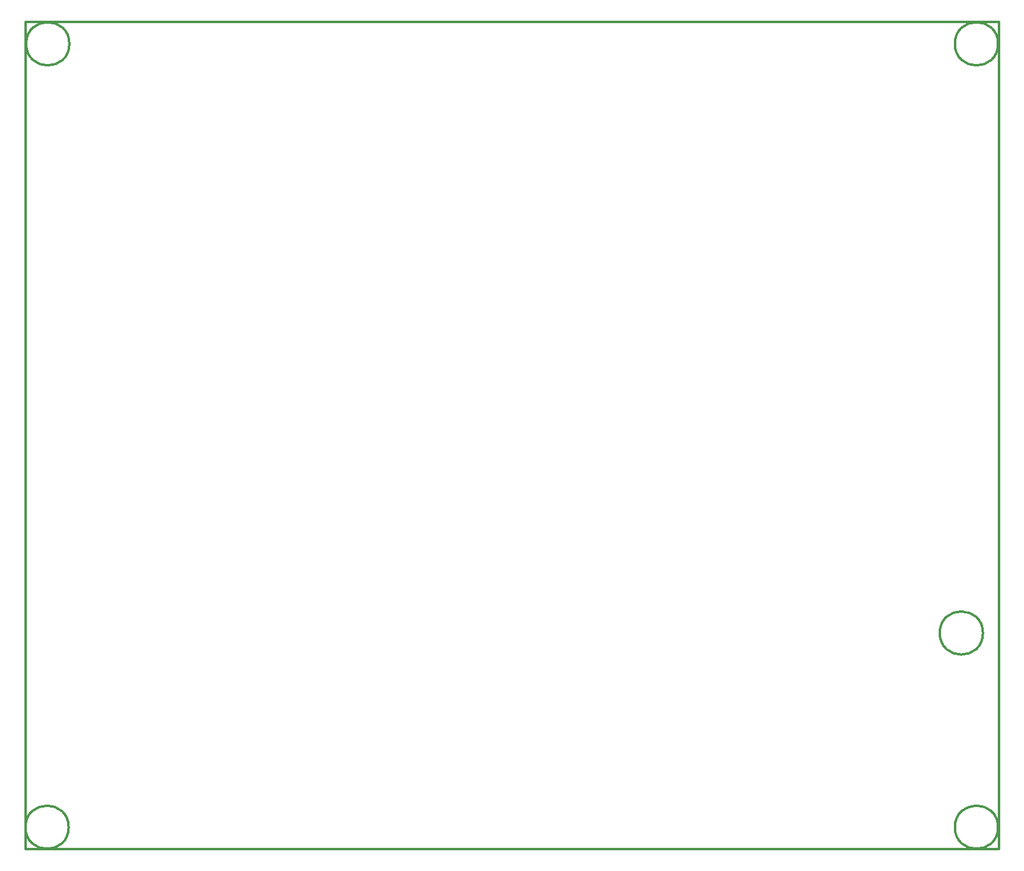
<source format=gko>
%FSLAX24Y24*%
%MOIN*%
G70*
G01*
G75*
G04 Layer_Color=16711935*
%ADD10O,0.0110X0.0866*%
%ADD11R,0.0110X0.0866*%
%ADD12R,0.0866X0.0110*%
%ADD13R,0.0787X0.0394*%
%ADD14R,0.0472X0.0709*%
%ADD15R,0.0591X0.0472*%
%ADD16R,0.0512X0.0433*%
%ADD17R,0.0591X0.0433*%
%ADD18R,0.0472X0.0906*%
%ADD19R,0.1575X0.0866*%
%ADD20R,0.2165X0.1772*%
%ADD21R,0.0236X0.0591*%
%ADD22O,0.0236X0.0591*%
%ADD23R,0.0433X0.0591*%
%ADD24O,0.0236X0.0787*%
%ADD25R,0.0236X0.0787*%
%ADD26R,0.0591X0.0787*%
%ADD27R,0.0787X0.0591*%
%ADD28R,0.0709X0.0472*%
%ADD29O,0.0591X0.0236*%
%ADD30R,0.0591X0.0236*%
%ADD31R,0.1772X0.2165*%
%ADD32R,0.0394X0.0787*%
%ADD33R,0.0787X0.1575*%
%ADD34R,0.0472X0.0591*%
%ADD35R,0.0433X0.0512*%
%ADD36R,0.0787X0.0236*%
%ADD37O,0.0787X0.0236*%
%ADD38R,0.0315X0.0335*%
%ADD39C,0.0157*%
%ADD40C,0.0098*%
%ADD41C,0.0394*%
%ADD42C,0.0079*%
%ADD43C,0.0197*%
%ADD44C,0.0236*%
%ADD45C,0.0118*%
%ADD46C,0.0138*%
%ADD47C,0.0100*%
%ADD48R,0.1339X0.1063*%
%ADD49R,0.3071X0.1772*%
%ADD50R,0.1299X0.1535*%
%ADD51R,0.1575X0.1417*%
%ADD52R,0.0193X0.0151*%
%ADD53R,0.1116X0.0604*%
%ADD54R,0.1063X0.0906*%
%ADD55R,0.0512X0.0157*%
%ADD56C,0.1181*%
%ADD57C,0.0600*%
%ADD58C,0.0709*%
%ADD59C,0.0787*%
%ADD60R,0.0787X0.0787*%
%ADD61R,0.1181X0.0669*%
%ADD62O,0.1181X0.0669*%
%ADD63C,0.0591*%
%ADD64R,0.0591X0.0591*%
%ADD65R,0.0984X0.0984*%
%ADD66C,0.0984*%
%ADD67R,0.0472X0.0984*%
%ADD68O,0.0472X0.0984*%
%ADD69C,0.0669*%
%ADD70R,0.0669X0.0669*%
%ADD71R,0.0591X0.0591*%
%ADD72R,0.0787X0.0787*%
%ADD73C,0.0500*%
%ADD74C,0.0787*%
%ADD75R,0.4213X0.3504*%
%ADD76R,0.7165X0.3189*%
%ADD77R,0.1732X0.1811*%
%ADD78R,0.2795X0.6811*%
%ADD79C,0.0039*%
%ADD80C,0.0102*%
%ADD81C,0.0080*%
%ADD82R,5.3228X0.0551*%
%ADD83C,0.1181*%
%ADD84C,0.1969*%
%ADD85R,0.1339X0.1732*%
%ADD86R,0.0236X0.0433*%
%ADD87R,0.0827X0.1496*%
%ADD88R,0.3307X0.0394*%
%ADD89R,0.1299X0.2598*%
%ADD90R,0.4882X0.2677*%
%ADD91R,0.2874X0.3031*%
%ADD92R,0.1575X0.4409*%
%ADD93R,0.1969X1.7874*%
%ADD94R,0.1732X0.1417*%
%ADD95R,0.4173X0.3465*%
%ADD96R,4.3543X0.1496*%
%ADD97R,0.3425X0.1575*%
%ADD98R,0.4882X0.2480*%
%ADD99R,0.2362X0.7953*%
%ADD100R,0.2598X0.7520*%
%ADD101R,0.4134X0.3819*%
%ADD102R,0.2795X0.0394*%
%ADD103R,0.8622X0.5197*%
%ADD104R,1.0433X0.5197*%
%ADD105R,0.3504X0.6024*%
%ADD106O,0.0190X0.0946*%
%ADD107R,0.0190X0.0946*%
%ADD108R,0.0946X0.0190*%
%ADD109R,0.0867X0.0474*%
%ADD110R,0.0552X0.0789*%
%ADD111R,0.0671X0.0552*%
%ADD112R,0.0592X0.0513*%
%ADD113R,0.0671X0.0513*%
%ADD114R,0.0552X0.0986*%
%ADD115R,0.1655X0.0946*%
%ADD116R,0.2245X0.1852*%
%ADD117R,0.0316X0.0671*%
%ADD118O,0.0316X0.0671*%
%ADD119R,0.0513X0.0671*%
%ADD120O,0.0316X0.0867*%
%ADD121R,0.0316X0.0867*%
%ADD122R,0.0671X0.0867*%
%ADD123R,0.0867X0.0671*%
%ADD124R,0.0789X0.0552*%
%ADD125O,0.0671X0.0316*%
%ADD126R,0.0671X0.0316*%
%ADD127R,0.1852X0.2245*%
%ADD128R,0.0474X0.0867*%
%ADD129R,0.0867X0.1655*%
%ADD130R,0.0552X0.0671*%
%ADD131R,0.0513X0.0592*%
%ADD132R,0.0867X0.0316*%
%ADD133O,0.0867X0.0316*%
%ADD134R,0.0395X0.0415*%
%ADD135C,0.1261*%
%ADD136C,0.0680*%
%ADD137C,0.0789*%
%ADD138C,0.0867*%
%ADD139R,0.0867X0.0867*%
%ADD140R,0.1261X0.0749*%
%ADD141O,0.1261X0.0749*%
%ADD142C,0.0671*%
%ADD143R,0.0671X0.0671*%
%ADD144R,0.1064X0.1064*%
%ADD145C,0.1064*%
%ADD146R,0.0552X0.1064*%
%ADD147O,0.0552X0.1064*%
%ADD148C,0.0749*%
%ADD149R,0.0749X0.0749*%
%ADD150R,0.0671X0.0671*%
%ADD151R,0.0867X0.0867*%
%ADD152C,0.0580*%
D45*
X53185Y44075D02*
G03*
X53185Y44075I-1181J0D01*
G01*
X52358Y11831D02*
G03*
X52358Y11831I-1181J0D01*
G01*
X2397Y44075D02*
G03*
X2397Y44075I-1181J0D01*
G01*
X2358Y1201D02*
G03*
X2358Y1201I-1181J0D01*
G01*
X53185D02*
G03*
X53185Y1201I-1181J0D01*
G01*
X0Y0D02*
Y45276D01*
Y0D02*
X53228D01*
Y45276D01*
X0D02*
X53228D01*
M02*

</source>
